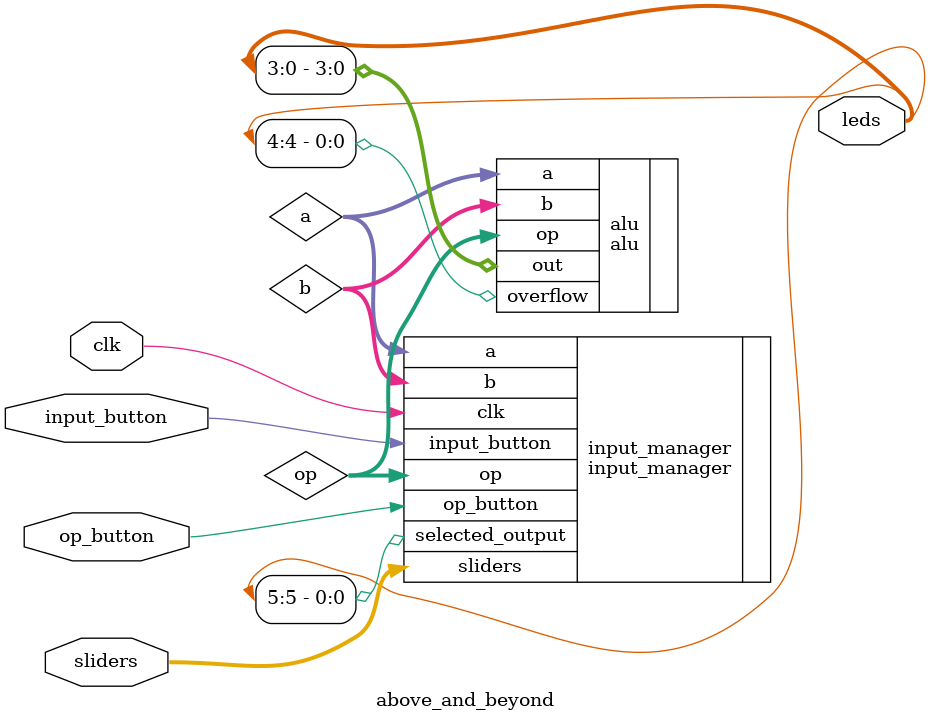
<source format=v>
`timescale 1ns/1ns

module above_and_beyond
	(
		input clk,
		
		input input_button,
		input op_button,
		
		input [3:0] sliders,
		
		output [5:0] leds
	);
	
	wire [3:0] a;
	wire [3:0] b;
	wire [1:0] op;
	
	input_manager input_manager (
		.clk(clk),
		.input_button(input_button),
		.op_button(op_button),
		.sliders(sliders),
		.a(a),
		.b(b),
		.op(op),
		.selected_output(leds[5])
	);
	
	alu alu (
		.a(a),
		.b(b),
		.op(op),
		.out(leds[3:0]),
		.overflow(leds[4])
	);
	
endmodule
</source>
